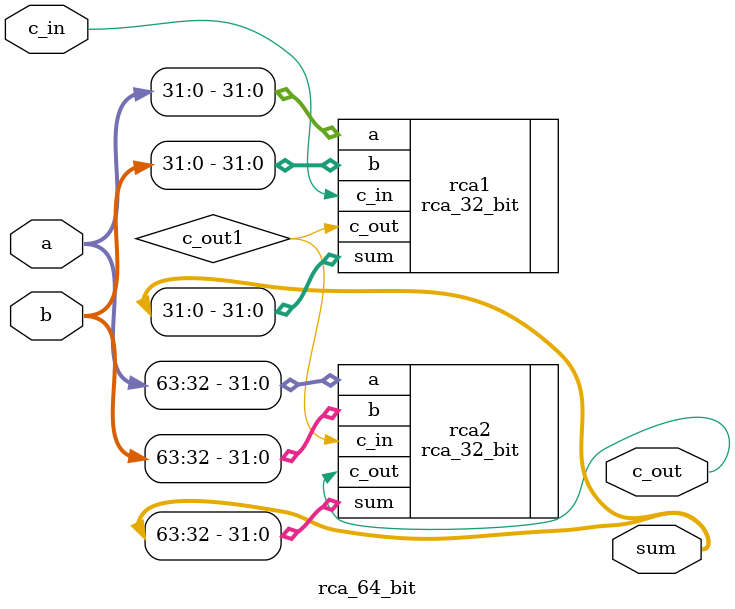
<source format=v>
`timescale 1ns / 1ps


/*
   Assignment No. - 1
   Problem No. - 1
   Semester - 5 (Autumn 2021-22)
   Group No. - 30
   Group Members - Ashutosh Kumar Singh (19CS30008) & Vanshita Garg (19CS10064)
*/

// 64-bit ripple carry adder module
module rca_64_bit(a, b, c_in, sum, c_out);
    /*
      Input and output ports :
      a - first 64-bit input
      b - second 64-bit input
      c_in - the carry-in bit
      sum - the 64-bit output to store the sum
      c_out - the output bit to store the carry-out
    */ 
    input [63:0] a, b;
    input c_in;
    output [63:0] sum;
    output c_out;
    wire c_out1;

    // Cascade 2 32-bit ripple carry adders to create a 64-bit ripple carry adder
    rca_32_bit rca1(.a(a[31:0]), .b(b[31:0]), .c_in(c_in), .sum(sum[31:0]), .c_out(c_out1));
    rca_32_bit rca2(.a(a[63:32]), .b(b[63:32]), .c_in(c_out1), .sum(sum[63:32]), .c_out(c_out));
endmodule

</source>
